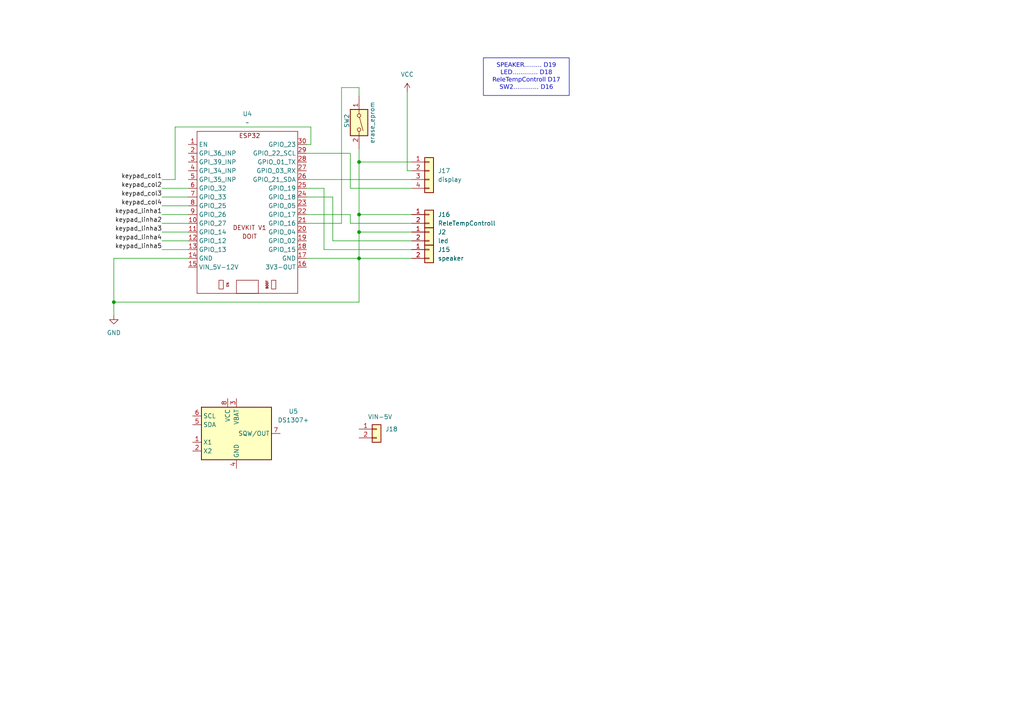
<source format=kicad_sch>
(kicad_sch (version 20250114) (generator "eeschema") (generator_version "9.0")
  (paper "A4")
  (lib_symbols
    (symbol "Connector_Generic:Conn_01x02" (pin_names (offset 1.016) (hide yes))
      (property "Reference" "J" (at 0 2.54 0))
      (property "Value" "Conn_01x02" (at 0 -5.08 0))
      (symbol "Conn_01x02_1_1"
        (rectangle (start -1.27 1.27) (end 1.27 -3.81) (stroke (width 0.254)) (fill (type background)))
        (rectangle (start -1.27 0.127) (end 0 -0.127) (stroke (width 0.1524)))
        (rectangle (start -1.27 -2.413) (end 0 -2.667) (stroke (width 0.1524)))
        (pin passive line (at -5.08 0 0) (length 3.81) (name "Pin_1") (number "1"))
        (pin passive line (at -5.08 -2.54 0) (length 3.81) (name "Pin_2") (number "2"))
      )
    )
    (symbol "Connector_Generic:Conn_01x04" (pin_names (offset 1.016) (hide yes))
      (property "Reference" "J" (at 0 5.08 0))
      (property "Value" "Conn_01x04" (at 0 -7.62 0))
      (symbol "Conn_01x04_1_1"
        (rectangle (start -1.27 3.81) (end 1.27 -6.35) (stroke (width 0.254)) (fill (type background)))
        (rectangle (start -1.27 2.667) (end 0 2.413) (stroke (width 0.1524)))
        (rectangle (start -1.27 0.127) (end 0 -0.127) (stroke (width 0.1524)))
        (rectangle (start -1.27 -2.413) (end 0 -2.667) (stroke (width 0.1524)))
        (rectangle (start -1.27 -4.953) (end 0 -5.207) (stroke (width 0.1524)))
        (pin passive line (at -5.08 2.54 0) (length 3.81) (name "Pin_1") (number "1"))
        (pin passive line (at -5.08 0 0) (length 3.81) (name "Pin_2") (number "2"))
        (pin passive line (at -5.08 -2.54 0) (length 3.81) (name "Pin_3") (number "3"))
        (pin passive line (at -5.08 -5.08 0) (length 3.81) (name "Pin_4") (number "4"))
      )
    )
    (symbol "PDS_esp:Esp32_devkitV1_doit"
      (property "Reference" "U" (at 0 0 0))
      (symbol "Esp32_devkitV1_doit_0_1"
        (rectangle (start -15.24 -1.27) (end 13.97 -48.26))
        (rectangle (start -3.81 -44.45) (end 2.54 -48.26))
      )
      (symbol "Esp32_devkitV1_doit_1_1"
        (text "EN" (at -6.35 -45.72 900) (effects (font (size 0.635 0.635))))
        (text "ESP32" (at 0 -2.54 0) (effects (font (size 1.27 1.27))))
        (text "DEVKIT V1" (at 0 -29.21 0) (effects (font (size 1.27 1.27))))
        (text "DOIT" (at 0 -31.75 0) (effects (font (size 1.27 1.27))))
        (text "BOOT" (at 5.08 -45.72 900) (effects (font (size 0.635 0.635))))
        (text_box "" (at -8.89 -44.45 0) (size 1.27 -2.54) (margins 1.016 1.016 1.016 1.016) (effects (font (size 1.27 1.27)) (justify left top)))
        (text_box "" (at 6.35 -44.45 0) (size 1.27 -2.54) (margins 1.016 1.016 1.016 1.016) (effects (font (size 1.27 1.27)) (justify left top)))
        (pin input line (at -17.78 -5.08 0) (length 2.54) (name "EN") (number "1"))
        (pin bidirectional line (at -17.78 -7.62 0) (length 2.54) (name "GPI_36_INP") (number "2"))
        (pin bidirectional line (at -17.78 -10.16 0) (length 2.54) (name "GPI_39_INP") (number "3"))
        (pin bidirectional line (at -17.78 -12.7 0) (length 2.54) (name "GPI_34_INP") (number "4"))
        (pin bidirectional line (at -17.78 -15.24 0) (length 2.54) (name "GPI_35_INP") (number "5"))
        (pin bidirectional line (at -17.78 -17.78 0) (length 2.54) (name "GPIO_32") (number "6"))
        (pin bidirectional line (at -17.78 -20.32 0) (length 2.54) (name "GPIO_33") (number "7"))
        (pin bidirectional line (at -17.78 -22.86 0) (length 2.54) (name "GPIO_25") (number "8"))
        (pin bidirectional line (at -17.78 -25.4 0) (length 2.54) (name "GPIO_26") (number "9"))
        (pin bidirectional line (at -17.78 -27.94 0) (length 2.54) (name "GPIO_27") (number "10"))
        (pin bidirectional line (at -17.78 -30.48 0) (length 2.54) (name "GPIO_14") (number "11"))
        (pin bidirectional line (at -17.78 -33.02 0) (length 2.54) (name "GPIO_12") (number "12"))
        (pin bidirectional line (at -17.78 -35.56 0) (length 2.54) (name "GPIO_13") (number "13"))
        (pin power_in line (at -17.78 -38.1 0) (length 2.54) (name "GND") (number "14"))
        (pin power_in line (at -17.78 -40.64 0) (length 2.54) (name "VIN_5V-12V") (number "15"))
        (pin bidirectional line (at 16.51 -5.08 180) (length 2.54) (name "GPIO_23") (number "30"))
        (pin bidirectional line (at 16.51 -7.62 180) (length 2.54) (name "GPIO_22_SCL") (number "29"))
        (pin bidirectional line (at 16.51 -10.16 180) (length 2.54) (name "GPIO_01_TX") (number "28"))
        (pin bidirectional line (at 16.51 -12.7 180) (length 2.54) (name "GPIO_03_RX") (number "27"))
        (pin bidirectional line (at 16.51 -15.24 180) (length 2.54) (name "GPIO_21_SDA") (number "26"))
        (pin bidirectional line (at 16.51 -17.78 180) (length 2.54) (name "GPIO_19") (number "25"))
        (pin bidirectional line (at 16.51 -20.32 180) (length 2.54) (name "GPIO_18") (number "24"))
        (pin bidirectional line (at 16.51 -22.86 180) (length 2.54) (name "GPIO_05") (number "23"))
        (pin bidirectional line (at 16.51 -25.4 180) (length 2.54) (name "GPIO_17") (number "22"))
        (pin bidirectional line (at 16.51 -27.94 180) (length 2.54) (name "GPIO_16") (number "21"))
        (pin bidirectional line (at 16.51 -30.48 180) (length 2.54) (name "GPIO_04") (number "20"))
        (pin bidirectional line (at 16.51 -33.02 180) (length 2.54) (name "GPIO_02") (number "19"))
        (pin bidirectional line (at 16.51 -35.56 180) (length 2.54) (name "GPIO_15") (number "18"))
        (pin power_in line (at 16.51 -38.1 180) (length 2.54) (name "GND") (number "17"))
        (pin power_out line (at 16.51 -40.64 180) (length 2.54) (name "3V3-OUT") (number "16"))
      )
    )
    (symbol "Switch:SW_DIP_x01" (pin_names (offset 0) (hide yes))
      (property "Reference" "SW" (at 0 3.81 0))
      (property "Value" "SW_DIP_x01" (at 0 -3.81 0))
      (symbol "SW_DIP_x01_0_0"
        (circle (center -2.032 0) (radius 0.508))
        (polyline (pts (xy -1.524 0.127) (xy 2.3622 1.1684)))
        (circle (center 2.032 0) (radius 0.508))
      )
      (symbol "SW_DIP_x01_0_1"
        (rectangle (start -3.81 2.54) (end 3.81 -2.54) (stroke (width 0.254)) (fill (type background)))
      )
      (symbol "SW_DIP_x01_1_1"
        (pin passive line (at -7.62 0 0) (length 5.08) (name "~") (number "1"))
        (pin passive line (at 7.62 0 180) (length 5.08) (name "~") (number "2"))
      )
    )
    (symbol "Timer_RTC:DS1307+"
      (property "Reference" "U" (at -8.89 8.89 0))
      (property "Value" "DS1307+" (at 1.27 8.89 0))
      (symbol "DS1307+_0_1"
        (rectangle (start -10.16 7.62) (end 10.16 -7.62) (stroke (width 0.254)) (fill (type background)))
      )
      (symbol "DS1307+_1_1"
        (pin input line (at -12.7 5.08 0) (length 2.54) (name "SCL") (number "6"))
        (pin bidirectional line (at -12.7 2.54 0) (length 2.54) (name "SDA") (number "5"))
        (pin input line (at -12.7 -2.54 0) (length 2.54) (name "X1") (number "1"))
        (pin input line (at -12.7 -5.08 0) (length 2.54) (name "X2") (number "2"))
        (pin power_in line (at -2.54 10.16 270) (length 2.54) (name "VCC") (number "8"))
        (pin power_in line (at 0 10.16 270) (length 2.54) (name "VBAT") (number "3"))
        (pin power_in line (at 0 -10.16 90) (length 2.54) (name "GND") (number "4"))
        (pin open_collector line (at 12.7 0 180) (length 2.54) (name "SQW/OUT") (number "7"))
      )
    )
    (symbol "power:GND" (power) (pin_numbers (hide yes)) (pin_names (offset 0) (hide yes))
      (property "Value" "GND" (at 0 -3.81 0))
      (symbol "GND_0_1"
        (polyline (pts (xy 0 0) (xy 0 -1.27) (xy 1.27 -1.27) (xy 0 -2.54) (xy -1.27 -1.27) (xy 0 -1.27)))
      )
      (symbol "GND_1_1"
        (pin power_in line (at 0 0 270) (length 0) (name "~") (number "1"))
      )
    )
    (symbol "power:VCC" (power) (pin_numbers (hide yes)) (pin_names (offset 0) (hide yes))
      (property "Value" "VCC" (at 0 3.556 0))
      (symbol "VCC_0_1"
        (polyline (pts (xy -0.762 1.27) (xy 0 2.54)))
        (polyline (pts (xy 0 2.54) (xy 0.762 1.27)))
        (polyline (pts (xy 0 0) (xy 0 2.54)))
      )
      (symbol "VCC_1_1"
        (pin power_in line (at 0 0 90) (length 0) (name "~") (number "1"))
      )
    )
  )
  (rectangle (start 140.208 16.764) (end 165.1 27.686))
  (text "SPEAKER......... D19\nLED............. D18\nReleTempControll D17\nSW2............. D16\n" (at 152.654 22.606 0) (effects (font (size 1.27 1.27))))
  (junction (at 104.14 67.31))
  (junction (at 104.14 46.99))
  (junction (at 104.14 62.23))
  (junction (at 33.02 87.63))
  (junction (at 104.14 74.93))
  (wire (pts (xy 46.99 62.23) (xy 54.61 62.23)))
  (wire (pts (xy 118.11 49.53) (xy 118.11 26.67)))
  (wire (pts (xy 101.6 54.61) (xy 119.38 54.61)))
  (wire (pts (xy 90.17 36.83) (xy 50.8 36.83)))
  (wire (pts (xy 101.6 64.77) (xy 119.38 64.77)))
  (wire (pts (xy 33.02 87.63) (xy 33.02 91.44)))
  (wire (pts (xy 104.14 43.18) (xy 104.14 46.99)))
  (wire (pts (xy 46.99 59.69) (xy 54.61 59.69)))
  (wire (pts (xy 104.14 87.63) (xy 33.02 87.63)))
  (wire (pts (xy 96.52 69.85) (xy 119.38 69.85)))
  (wire (pts (xy 119.38 49.53) (xy 118.11 49.53)))
  (wire (pts (xy 88.9 57.15) (xy 96.52 57.15)))
  (wire (pts (xy 104.14 62.23) (xy 104.14 67.31)))
  (wire (pts (xy 104.14 74.93) (xy 119.38 74.93)))
  (wire (pts (xy 119.38 62.23) (xy 104.14 62.23)))
  (wire (pts (xy 50.8 36.83) (xy 50.8 52.07)))
  (wire (pts (xy 104.14 46.99) (xy 119.38 46.99)))
  (wire (pts (xy 99.06 25.4) (xy 99.06 64.77)))
  (wire (pts (xy 88.9 41.91) (xy 90.17 41.91)))
  (wire (pts (xy 101.6 44.45) (xy 101.6 54.61)))
  (wire (pts (xy 104.14 74.93) (xy 104.14 87.63)))
  (wire (pts (xy 99.06 25.4) (xy 104.14 25.4)))
  (wire (pts (xy 46.99 57.15) (xy 54.61 57.15)))
  (wire (pts (xy 104.14 46.99) (xy 104.14 62.23)))
  (wire (pts (xy 88.9 54.61) (xy 93.98 54.61)))
  (wire (pts (xy 101.6 62.23) (xy 101.6 64.77)))
  (wire (pts (xy 88.9 62.23) (xy 101.6 62.23)))
  (wire (pts (xy 46.99 52.07) (xy 50.8 52.07)))
  (wire (pts (xy 33.02 74.93) (xy 54.61 74.93)))
  (wire (pts (xy 88.9 64.77) (xy 99.06 64.77)))
  (wire (pts (xy 46.99 54.61) (xy 54.61 54.61)))
  (wire (pts (xy 119.38 67.31) (xy 104.14 67.31)))
  (wire (pts (xy 33.02 74.93) (xy 33.02 87.63)))
  (wire (pts (xy 96.52 57.15) (xy 96.52 69.85)))
  (wire (pts (xy 46.99 72.39) (xy 54.61 72.39)))
  (wire (pts (xy 46.99 67.31) (xy 54.61 67.31)))
  (wire (pts (xy 46.99 69.85) (xy 54.61 69.85)))
  (wire (pts (xy 90.17 41.91) (xy 90.17 36.83)))
  (wire (pts (xy 104.14 25.4) (xy 104.14 27.94)))
  (wire (pts (xy 88.9 44.45) (xy 101.6 44.45)))
  (wire (pts (xy 46.99 64.77) (xy 54.61 64.77)))
  (wire (pts (xy 88.9 52.07) (xy 119.38 52.07)))
  (wire (pts (xy 104.14 67.31) (xy 104.14 74.93)))
  (wire (pts (xy 93.98 54.61) (xy 93.98 72.39)))
  (wire (pts (xy 88.9 74.93) (xy 104.14 74.93)))
  (wire (pts (xy 93.98 72.39) (xy 119.38 72.39)))
  (label "keypad_col4" (at 46.99 59.69 180))
  (label "keypad_col1" (at 46.99 52.07 180))
  (label "keypad_linha1" (at 46.99 62.23 180))
  (label "keypad_linha3" (at 46.99 67.31 180))
  (label "keypad_linha2" (at 46.99 64.77 180))
  (label "keypad_col2" (at 46.99 54.61 180))
  (label "keypad_linha4" (at 46.99 69.85 180))
  (label "keypad_col3" (at 46.99 57.15 180))
  (label "keypad_linha5" (at 46.99 72.39 180))
  (symbol (lib_id "Connector_Generic:Conn_01x02") (at 124.46 62.23 0) (unit 1)
    (property "Reference" "J16" (at 127 62.2299 0) (effects (justify left)))
    (property "Value" "ReleTempControll" (at 127 64.7699 0) (effects (justify left)))
    (property "Description" "Generic connector, single row, 01x02, script generated (kicad-library-utils/schlib/autogen/connector/)" (effects (hide yes)))
  )
  (symbol (lib_id "PDS_esp:Esp32_devkitV1_doit") (at 72.39 36.83 0) (unit 1)
    (property "Reference" "U4" (at 71.755 33.02 0))
    (property "Value" "~" (at 71.755 35.56 0))
  )
  (symbol (lib_id "power:GND") (at 33.02 91.44 0) (unit 1)
    (property "Reference" "#PWR09" (effects (hide yes)))
    (property "Value" "GND" (at 33.02 96.52 0))
    (property "Description" "Power symbol creates a global label with name \"GND\" , ground" (effects (hide yes)))
  )
  (symbol (lib_id "Connector_Generic:Conn_01x02") (at 124.46 72.39 0) (unit 1)
    (property "Reference" "J15" (at 127 72.3899 0) (effects (justify left)))
    (property "Value" "speaker" (at 127 74.9299 0) (effects (justify left)))
    (property "Description" "Generic connector, single row, 01x02, script generated (kicad-library-utils/schlib/autogen/connector/)" (effects (hide yes)))
  )
  (symbol (lib_id "Timer_RTC:DS1307+") (at 68.58 125.73 0) (unit 1)
    (property "Reference" "U5" (at 85.09 119.3098 0))
    (property "Value" "DS1307+" (at 85.09 121.8498 0))
    (property "Footprint" "Package_DIP:DIP-8_W7.62mm" (effects (hide yes)))
    (property "Datasheet" "https://datasheets.maximintegrated.com/en/ds/DS1307.pdf" (effects (hide yes)))
    (property "Description" "64 x 8, Serial, I2C Real-time clock, 4.5V to 5.5V VCC, 0°C to +70°C, DIP-8" (effects (hide yes)))
  )
  (symbol (lib_id "power:VCC") (at 118.11 26.67 0) (mirror y) (unit 1)
    (property "Reference" "#PWR010" (effects (hide yes)))
    (property "Value" "VCC" (at 118.11 21.59 0))
    (property "Description" "Power symbol creates a global label with name \"VCC\"" (effects (hide yes)))
  )
  (symbol (lib_id "Connector_Generic:Conn_01x02") (at 109.22 124.46 0) (unit 1)
    (property "Reference" "J18" (at 111.76 124.4599 0) (effects (justify left)))
    (property "Value" "VIN-5V" (at 106.68 120.904 0) (effects (justify left)))
    (property "Description" "Generic connector, single row, 01x02, script generated (kicad-library-utils/schlib/autogen/connector/)" (effects (hide yes)))
  )
  (symbol (lib_id "Connector_Generic:Conn_01x04") (at 124.46 49.53 0) (unit 1)
    (property "Reference" "J17" (at 127 49.5299 0) (effects (justify left)))
    (property "Value" "display" (at 127 52.0699 0) (effects (justify left)))
    (property "Description" "Generic connector, single row, 01x04, script generated (kicad-library-utils/schlib/autogen/connector/)" (effects (hide yes)))
  )
  (symbol (lib_id "Switch:SW_DIP_x01") (at 104.14 35.56 270) (unit 1)
    (property "Reference" "SW2" (at 100.584 35.052 0))
    (property "Value" "erase_eprom" (at 107.95 35.56 0))
    (property "Description" "1x DIP Switch, Single Pole Single Throw (SPST) switch, small symbol" (effects (hide yes)))
  )
  (symbol (lib_id "Connector_Generic:Conn_01x02") (at 124.46 67.31 0) (unit 1)
    (property "Reference" "J2" (at 127 67.3099 0) (effects (justify left)))
    (property "Value" "led" (at 127 69.8499 0) (effects (justify left)))
    (property "Description" "Generic connector, single row, 01x02, script generated (kicad-library-utils/schlib/autogen/connector/)" (effects (hide yes)))
  )
)
</source>
